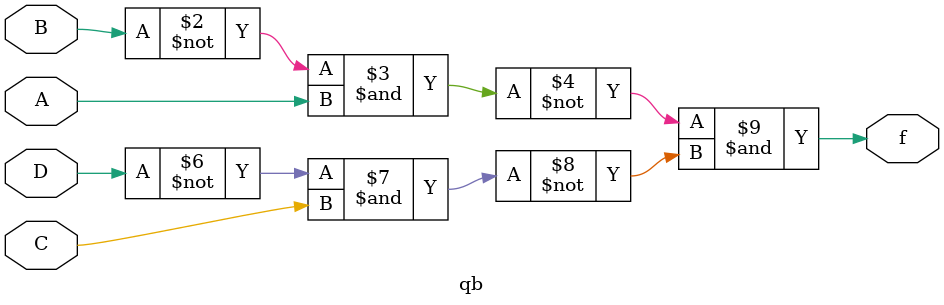
<source format=v>
module qb(A,B,C,D,f);
	input A,B,C,D;
	output f;
	assign g = ~(~(~(B&B)&A) & ~(~(D&D)&C));
	assign f = ~(g&g);
endmodule

</source>
